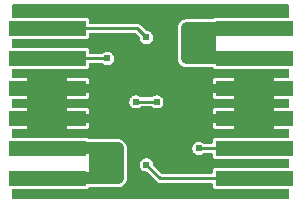
<source format=gtl>
G04 Layer: TopLayer*
G04 EasyEDA v6.4.20.6, 2021-08-10T17:15:55+02:00*
G04 7b13affcda024765ae535b18742ed463,10*
G04 Gerber Generator version 0.2*
G04 Scale: 100 percent, Rotated: No, Reflected: No *
G04 Dimensions in millimeters *
G04 leading zeros omitted , absolute positions ,4 integer and 5 decimal *
%FSLAX45Y45*%
%MOMM*%

%ADD10C,0.2540*%
%ADD11C,1.0160*%
%ADD12C,0.6096*%
%ADD13C,0.6100*%

%LPD*%
G36*
X51968Y-1776577D02*
G01*
X48056Y-1775815D01*
X44805Y-1773631D01*
X42570Y-1770329D01*
X41808Y-1766417D01*
X41808Y-1699768D01*
X42570Y-1695856D01*
X44805Y-1692605D01*
X48056Y-1690370D01*
X51968Y-1689607D01*
X669340Y-1689607D01*
X675640Y-1688896D01*
X681126Y-1686966D01*
X686003Y-1683918D01*
X690016Y-1679905D01*
X693318Y-1677670D01*
X697230Y-1676907D01*
X939596Y-1676907D01*
X945540Y-1676704D01*
X951230Y-1676044D01*
X956868Y-1674977D01*
X962406Y-1673504D01*
X967841Y-1671574D01*
X973074Y-1669288D01*
X978153Y-1666646D01*
X983030Y-1663598D01*
X987602Y-1660143D01*
X991971Y-1656435D01*
X996035Y-1652371D01*
X999744Y-1648002D01*
X1003198Y-1643430D01*
X1006246Y-1638554D01*
X1008887Y-1633474D01*
X1011174Y-1628241D01*
X1013104Y-1622806D01*
X1014577Y-1617268D01*
X1015644Y-1611630D01*
X1016304Y-1605940D01*
X1016508Y-1599996D01*
X1016508Y-1346403D01*
X1016304Y-1340459D01*
X1015644Y-1334770D01*
X1014577Y-1329131D01*
X1013104Y-1323594D01*
X1011174Y-1318158D01*
X1008887Y-1312926D01*
X1006246Y-1307846D01*
X1003198Y-1302969D01*
X999744Y-1298397D01*
X996035Y-1294028D01*
X991971Y-1289964D01*
X987602Y-1286256D01*
X983030Y-1282801D01*
X978153Y-1279753D01*
X973074Y-1277112D01*
X967841Y-1274826D01*
X962406Y-1272895D01*
X956868Y-1271422D01*
X951230Y-1270355D01*
X945540Y-1269695D01*
X939596Y-1269492D01*
X697230Y-1269492D01*
X693318Y-1268730D01*
X690016Y-1266494D01*
X686003Y-1262481D01*
X681126Y-1259433D01*
X675640Y-1257503D01*
X669340Y-1256792D01*
X51968Y-1256792D01*
X48056Y-1256030D01*
X44805Y-1253794D01*
X42570Y-1250543D01*
X41808Y-1246632D01*
X41808Y-1191768D01*
X42570Y-1187856D01*
X44805Y-1184605D01*
X48056Y-1182370D01*
X51968Y-1181608D01*
X173075Y-1181608D01*
X173075Y-1130300D01*
X51968Y-1130300D01*
X48056Y-1129538D01*
X44805Y-1127302D01*
X42570Y-1124051D01*
X41808Y-1120140D01*
X41808Y-1064260D01*
X42570Y-1060348D01*
X44805Y-1057097D01*
X48056Y-1054862D01*
X51968Y-1054100D01*
X173075Y-1054100D01*
X173075Y-1002792D01*
X51968Y-1002792D01*
X48056Y-1002030D01*
X44805Y-999794D01*
X42570Y-996543D01*
X41808Y-992632D01*
X41808Y-937768D01*
X42570Y-933856D01*
X44805Y-930605D01*
X48056Y-928369D01*
X51968Y-927608D01*
X173075Y-927608D01*
X173075Y-876300D01*
X51968Y-876300D01*
X48056Y-875537D01*
X44805Y-873302D01*
X42570Y-870000D01*
X41808Y-866140D01*
X41808Y-810260D01*
X42570Y-806348D01*
X44805Y-803097D01*
X48056Y-800862D01*
X51968Y-800100D01*
X173075Y-800100D01*
X173075Y-748792D01*
X51968Y-748792D01*
X48056Y-748030D01*
X44805Y-745794D01*
X42570Y-742543D01*
X41808Y-738632D01*
X41808Y-683768D01*
X42570Y-679856D01*
X44805Y-676605D01*
X48056Y-674370D01*
X51968Y-673608D01*
X669340Y-673608D01*
X675640Y-672896D01*
X681126Y-670966D01*
X686003Y-667918D01*
X690118Y-663803D01*
X693166Y-658926D01*
X695096Y-653440D01*
X695807Y-647141D01*
X695807Y-632968D01*
X696569Y-629056D01*
X698804Y-625805D01*
X702056Y-623570D01*
X705967Y-622808D01*
X805891Y-622808D01*
X809802Y-623570D01*
X813104Y-625805D01*
X814679Y-627380D01*
X822706Y-633018D01*
X831646Y-637133D01*
X841095Y-639673D01*
X850900Y-640537D01*
X860704Y-639673D01*
X870153Y-637133D01*
X879094Y-633018D01*
X887120Y-627380D01*
X894080Y-620420D01*
X899718Y-612394D01*
X903833Y-603453D01*
X906373Y-594004D01*
X907237Y-584200D01*
X906373Y-574395D01*
X903833Y-564946D01*
X899718Y-556006D01*
X894080Y-547979D01*
X887120Y-541020D01*
X879094Y-535381D01*
X870153Y-531266D01*
X860704Y-528726D01*
X850900Y-527862D01*
X841095Y-528726D01*
X831646Y-531266D01*
X822706Y-535381D01*
X814679Y-541020D01*
X813104Y-542594D01*
X809802Y-544830D01*
X805891Y-545592D01*
X705967Y-545592D01*
X702056Y-544830D01*
X698804Y-542594D01*
X696569Y-539343D01*
X695807Y-535432D01*
X695807Y-521258D01*
X695096Y-514959D01*
X693166Y-509473D01*
X690118Y-504596D01*
X686003Y-500481D01*
X681126Y-497433D01*
X675640Y-495503D01*
X669340Y-494792D01*
X51968Y-494792D01*
X48056Y-494030D01*
X44805Y-491794D01*
X42570Y-488543D01*
X41808Y-484632D01*
X41808Y-429768D01*
X42570Y-425856D01*
X44805Y-422605D01*
X48056Y-420370D01*
X51968Y-419608D01*
X669340Y-419608D01*
X675640Y-418896D01*
X681126Y-416966D01*
X686003Y-413918D01*
X690118Y-409803D01*
X693166Y-404926D01*
X695096Y-399440D01*
X695807Y-393141D01*
X695807Y-378968D01*
X696569Y-375056D01*
X698804Y-371805D01*
X702056Y-369570D01*
X705967Y-368808D01*
X1084681Y-368808D01*
X1088593Y-369570D01*
X1091895Y-371805D01*
X1121968Y-401878D01*
X1124000Y-404774D01*
X1124915Y-408178D01*
X1125626Y-416204D01*
X1128166Y-425653D01*
X1132281Y-434593D01*
X1137920Y-442620D01*
X1144879Y-449580D01*
X1152906Y-455218D01*
X1161846Y-459333D01*
X1171295Y-461873D01*
X1181100Y-462737D01*
X1190904Y-461873D01*
X1200353Y-459333D01*
X1209294Y-455218D01*
X1217320Y-449580D01*
X1224280Y-442620D01*
X1229918Y-434593D01*
X1234033Y-425653D01*
X1236573Y-416204D01*
X1237437Y-406400D01*
X1236573Y-396595D01*
X1234033Y-387146D01*
X1229918Y-378206D01*
X1224280Y-370179D01*
X1217320Y-363220D01*
X1209294Y-357581D01*
X1200353Y-353466D01*
X1190904Y-350926D01*
X1182878Y-350215D01*
X1179474Y-349300D01*
X1176578Y-347268D01*
X1132535Y-303276D01*
X1126337Y-298145D01*
X1119632Y-294589D01*
X1112418Y-292404D01*
X1104392Y-291592D01*
X705967Y-291592D01*
X702056Y-290830D01*
X698804Y-288594D01*
X696569Y-285343D01*
X695807Y-281432D01*
X695807Y-267258D01*
X695096Y-260959D01*
X693166Y-255473D01*
X690118Y-250596D01*
X686003Y-246481D01*
X681126Y-243433D01*
X675640Y-241503D01*
X669340Y-240792D01*
X51968Y-240792D01*
X48056Y-240029D01*
X44805Y-237794D01*
X42570Y-234543D01*
X41808Y-230632D01*
X41808Y-138582D01*
X42570Y-134670D01*
X44805Y-131368D01*
X48056Y-129184D01*
X51968Y-128422D01*
X2379827Y-128422D01*
X2383739Y-129184D01*
X2387041Y-131368D01*
X2389225Y-134670D01*
X2389987Y-138582D01*
X2389987Y-230632D01*
X2389225Y-234543D01*
X2387041Y-237794D01*
X2383739Y-240029D01*
X2379827Y-240792D01*
X1769059Y-240792D01*
X1762760Y-241503D01*
X1757273Y-243433D01*
X1752396Y-246481D01*
X1748383Y-250494D01*
X1745081Y-252729D01*
X1741170Y-253492D01*
X1524203Y-253492D01*
X1518259Y-253695D01*
X1512570Y-254355D01*
X1506931Y-255422D01*
X1501394Y-256895D01*
X1495958Y-258825D01*
X1490726Y-261112D01*
X1485646Y-263753D01*
X1480769Y-266801D01*
X1476197Y-270256D01*
X1471828Y-273964D01*
X1467764Y-278028D01*
X1464056Y-282397D01*
X1460601Y-286969D01*
X1457553Y-291846D01*
X1454912Y-296926D01*
X1452626Y-302158D01*
X1450695Y-307594D01*
X1449222Y-313131D01*
X1448155Y-318770D01*
X1447495Y-324459D01*
X1447292Y-330403D01*
X1447292Y-583996D01*
X1447495Y-589940D01*
X1448155Y-595630D01*
X1449222Y-601268D01*
X1450695Y-606806D01*
X1452626Y-612241D01*
X1454912Y-617474D01*
X1457553Y-622554D01*
X1460601Y-627430D01*
X1464056Y-632002D01*
X1467764Y-636371D01*
X1471828Y-640435D01*
X1476197Y-644144D01*
X1480769Y-647598D01*
X1485646Y-650646D01*
X1490726Y-653288D01*
X1495958Y-655574D01*
X1501394Y-657504D01*
X1506931Y-658977D01*
X1512570Y-660044D01*
X1518259Y-660704D01*
X1524203Y-660908D01*
X1741170Y-660908D01*
X1745081Y-661670D01*
X1748383Y-663905D01*
X1752396Y-667918D01*
X1757273Y-670966D01*
X1762760Y-672896D01*
X1769059Y-673608D01*
X2379827Y-673608D01*
X2383739Y-674370D01*
X2387041Y-676605D01*
X2389225Y-679856D01*
X2389987Y-683768D01*
X2389987Y-738632D01*
X2389225Y-742543D01*
X2387041Y-745794D01*
X2383739Y-748030D01*
X2379827Y-748792D01*
X2265375Y-748792D01*
X2265375Y-800100D01*
X2379827Y-800100D01*
X2383739Y-800862D01*
X2387041Y-803097D01*
X2389225Y-806348D01*
X2389987Y-810260D01*
X2389987Y-866140D01*
X2389225Y-870051D01*
X2387041Y-873302D01*
X2383739Y-875537D01*
X2379827Y-876300D01*
X2265375Y-876300D01*
X2265375Y-927608D01*
X2379827Y-927608D01*
X2383739Y-928369D01*
X2387041Y-930605D01*
X2389225Y-933856D01*
X2389987Y-937768D01*
X2389987Y-992632D01*
X2389225Y-996543D01*
X2387041Y-999794D01*
X2383739Y-1002030D01*
X2379827Y-1002792D01*
X2265375Y-1002792D01*
X2265375Y-1054100D01*
X2379827Y-1054100D01*
X2383739Y-1054862D01*
X2387041Y-1057097D01*
X2389225Y-1060348D01*
X2389987Y-1064260D01*
X2389987Y-1120140D01*
X2389225Y-1124051D01*
X2387041Y-1127302D01*
X2383739Y-1129538D01*
X2379827Y-1130300D01*
X2265375Y-1130300D01*
X2265375Y-1181608D01*
X2379827Y-1181608D01*
X2383739Y-1182370D01*
X2387041Y-1184605D01*
X2389225Y-1187856D01*
X2389987Y-1191768D01*
X2389987Y-1246632D01*
X2389225Y-1250543D01*
X2387041Y-1253794D01*
X2383739Y-1256030D01*
X2379827Y-1256792D01*
X1769059Y-1256792D01*
X1762760Y-1257503D01*
X1757273Y-1259433D01*
X1752396Y-1262481D01*
X1748282Y-1266596D01*
X1745234Y-1271473D01*
X1743303Y-1276959D01*
X1742592Y-1283258D01*
X1742592Y-1297432D01*
X1741830Y-1301343D01*
X1739595Y-1304594D01*
X1736343Y-1306830D01*
X1732432Y-1307592D01*
X1670608Y-1307592D01*
X1666697Y-1306830D01*
X1663395Y-1304594D01*
X1661820Y-1303020D01*
X1653793Y-1297381D01*
X1644853Y-1293266D01*
X1635404Y-1290726D01*
X1625600Y-1289862D01*
X1615795Y-1290726D01*
X1606346Y-1293266D01*
X1597406Y-1297381D01*
X1589379Y-1303020D01*
X1582420Y-1309979D01*
X1576781Y-1318006D01*
X1572666Y-1326946D01*
X1570126Y-1336395D01*
X1569262Y-1346200D01*
X1570126Y-1356004D01*
X1572666Y-1365453D01*
X1576781Y-1374394D01*
X1582420Y-1382420D01*
X1589379Y-1389380D01*
X1597406Y-1395018D01*
X1606346Y-1399133D01*
X1615795Y-1401673D01*
X1625600Y-1402537D01*
X1635404Y-1401673D01*
X1644853Y-1399133D01*
X1653793Y-1395018D01*
X1661820Y-1389380D01*
X1663395Y-1387805D01*
X1666697Y-1385570D01*
X1670608Y-1384808D01*
X1732432Y-1384808D01*
X1736343Y-1385570D01*
X1739595Y-1387805D01*
X1741830Y-1391056D01*
X1742592Y-1394968D01*
X1742592Y-1409141D01*
X1743303Y-1415440D01*
X1745234Y-1420926D01*
X1748282Y-1425803D01*
X1752396Y-1429918D01*
X1757273Y-1432966D01*
X1762760Y-1434896D01*
X1769059Y-1435608D01*
X2379827Y-1435608D01*
X2383739Y-1436370D01*
X2387041Y-1438605D01*
X2389225Y-1441856D01*
X2389987Y-1445768D01*
X2389987Y-1500632D01*
X2389225Y-1504543D01*
X2387041Y-1507794D01*
X2383739Y-1510030D01*
X2379827Y-1510792D01*
X1769059Y-1510792D01*
X1762760Y-1511503D01*
X1757273Y-1513433D01*
X1752396Y-1516481D01*
X1748282Y-1520596D01*
X1745234Y-1525473D01*
X1743303Y-1530959D01*
X1742592Y-1537258D01*
X1742592Y-1551432D01*
X1741830Y-1555343D01*
X1739595Y-1558594D01*
X1736343Y-1560830D01*
X1732432Y-1561592D01*
X1315618Y-1561592D01*
X1311706Y-1560830D01*
X1308404Y-1558594D01*
X1240231Y-1490421D01*
X1238199Y-1487525D01*
X1237284Y-1484122D01*
X1236573Y-1476095D01*
X1234033Y-1466646D01*
X1229918Y-1457706D01*
X1224280Y-1449679D01*
X1217320Y-1442720D01*
X1209294Y-1437081D01*
X1200353Y-1432966D01*
X1190904Y-1430426D01*
X1181100Y-1429562D01*
X1171295Y-1430426D01*
X1161846Y-1432966D01*
X1152906Y-1437081D01*
X1144879Y-1442720D01*
X1137920Y-1449679D01*
X1132281Y-1457706D01*
X1128166Y-1466646D01*
X1125626Y-1476095D01*
X1124762Y-1485900D01*
X1125626Y-1495704D01*
X1128166Y-1505153D01*
X1132281Y-1514094D01*
X1137920Y-1522120D01*
X1144879Y-1529080D01*
X1152906Y-1534718D01*
X1161846Y-1538833D01*
X1171295Y-1541373D01*
X1179322Y-1542084D01*
X1182725Y-1542999D01*
X1185621Y-1545031D01*
X1267764Y-1627124D01*
X1273962Y-1632254D01*
X1280668Y-1635810D01*
X1287881Y-1637995D01*
X1295908Y-1638807D01*
X1732432Y-1638807D01*
X1736343Y-1639570D01*
X1739595Y-1641805D01*
X1741830Y-1645056D01*
X1742592Y-1648968D01*
X1742592Y-1663141D01*
X1743303Y-1669440D01*
X1745234Y-1674926D01*
X1748282Y-1679803D01*
X1752396Y-1683918D01*
X1757273Y-1686966D01*
X1762760Y-1688896D01*
X1769059Y-1689607D01*
X2379827Y-1689607D01*
X2383739Y-1690370D01*
X2387041Y-1692605D01*
X2389225Y-1695856D01*
X2389987Y-1699768D01*
X2389987Y-1766417D01*
X2389225Y-1770329D01*
X2387041Y-1773631D01*
X2383739Y-1775815D01*
X2379827Y-1776577D01*
G37*

%LPC*%
G36*
X1769059Y-1181608D02*
G01*
X1925675Y-1181608D01*
X1925675Y-1130300D01*
X1742592Y-1130300D01*
X1742592Y-1155141D01*
X1743303Y-1161440D01*
X1745234Y-1166926D01*
X1748282Y-1171803D01*
X1752396Y-1175918D01*
X1757273Y-1178966D01*
X1762760Y-1180896D01*
G37*
G36*
X512775Y-1181608D02*
G01*
X669340Y-1181608D01*
X675640Y-1180896D01*
X681126Y-1178966D01*
X686003Y-1175918D01*
X690118Y-1171803D01*
X693166Y-1166926D01*
X695096Y-1161440D01*
X695807Y-1155141D01*
X695807Y-1130300D01*
X512775Y-1130300D01*
G37*
G36*
X1742592Y-1054100D02*
G01*
X1925675Y-1054100D01*
X1925675Y-1002792D01*
X1769059Y-1002792D01*
X1762760Y-1003503D01*
X1757273Y-1005433D01*
X1752396Y-1008481D01*
X1748282Y-1012596D01*
X1745234Y-1017473D01*
X1743303Y-1022959D01*
X1742592Y-1029258D01*
G37*
G36*
X512775Y-1054100D02*
G01*
X695807Y-1054100D01*
X695807Y-1029258D01*
X695096Y-1022959D01*
X693166Y-1017473D01*
X690118Y-1012596D01*
X686003Y-1008481D01*
X681126Y-1005433D01*
X675640Y-1003503D01*
X669340Y-1002792D01*
X512775Y-1002792D01*
G37*
G36*
X1092200Y-1008837D02*
G01*
X1102004Y-1007973D01*
X1111453Y-1005433D01*
X1120394Y-1001318D01*
X1128420Y-995680D01*
X1129995Y-994105D01*
X1133297Y-991869D01*
X1137208Y-991108D01*
X1224991Y-991108D01*
X1228902Y-991869D01*
X1232204Y-994105D01*
X1233779Y-995680D01*
X1241806Y-1001318D01*
X1250746Y-1005433D01*
X1260195Y-1007973D01*
X1270000Y-1008837D01*
X1279804Y-1007973D01*
X1289253Y-1005433D01*
X1298194Y-1001318D01*
X1306220Y-995680D01*
X1313180Y-988720D01*
X1318818Y-980694D01*
X1322933Y-971753D01*
X1325473Y-962304D01*
X1326337Y-952500D01*
X1325473Y-942695D01*
X1322933Y-933246D01*
X1318818Y-924306D01*
X1313180Y-916279D01*
X1306220Y-909319D01*
X1298194Y-903681D01*
X1289253Y-899566D01*
X1279804Y-897026D01*
X1270000Y-896162D01*
X1260195Y-897026D01*
X1250746Y-899566D01*
X1241806Y-903681D01*
X1233779Y-909319D01*
X1232204Y-910894D01*
X1228902Y-913130D01*
X1224991Y-913892D01*
X1137208Y-913892D01*
X1133297Y-913130D01*
X1129995Y-910894D01*
X1128420Y-909319D01*
X1120394Y-903681D01*
X1111453Y-899566D01*
X1102004Y-897026D01*
X1092200Y-896162D01*
X1082395Y-897026D01*
X1072946Y-899566D01*
X1064006Y-903681D01*
X1055979Y-909319D01*
X1049020Y-916279D01*
X1043381Y-924306D01*
X1039266Y-933246D01*
X1036726Y-942695D01*
X1035862Y-952500D01*
X1036726Y-962304D01*
X1039266Y-971753D01*
X1043381Y-980694D01*
X1049020Y-988720D01*
X1055979Y-995680D01*
X1064006Y-1001318D01*
X1072946Y-1005433D01*
X1082395Y-1007973D01*
G37*
G36*
X1769059Y-927608D02*
G01*
X1925675Y-927608D01*
X1925675Y-876300D01*
X1742592Y-876300D01*
X1742592Y-901141D01*
X1743303Y-907440D01*
X1745234Y-912926D01*
X1748282Y-917803D01*
X1752396Y-921918D01*
X1757273Y-924966D01*
X1762760Y-926896D01*
G37*
G36*
X512775Y-927608D02*
G01*
X669340Y-927608D01*
X675640Y-926896D01*
X681126Y-924966D01*
X686003Y-921918D01*
X690118Y-917803D01*
X693166Y-912926D01*
X695096Y-907440D01*
X695807Y-901141D01*
X695807Y-876300D01*
X512775Y-876300D01*
G37*
G36*
X512775Y-800100D02*
G01*
X695807Y-800100D01*
X695807Y-775258D01*
X695096Y-768959D01*
X693166Y-763473D01*
X690118Y-758596D01*
X686003Y-754481D01*
X681126Y-751433D01*
X675640Y-749503D01*
X669340Y-748792D01*
X512775Y-748792D01*
G37*
G36*
X1742592Y-800100D02*
G01*
X1925675Y-800100D01*
X1925675Y-748792D01*
X1769059Y-748792D01*
X1762760Y-749503D01*
X1757273Y-751433D01*
X1752396Y-754481D01*
X1748282Y-758596D01*
X1745234Y-763473D01*
X1743303Y-768959D01*
X1742592Y-775258D01*
G37*

%LPD*%
D11*
X1524000Y-330200D02*
G01*
X1524000Y-393700D01*
X1524000Y-393700D02*
G01*
X1524000Y-457200D01*
X1524000Y-457200D02*
G01*
X1524000Y-520204D01*
X1524000Y-520204D02*
G01*
X1524000Y-584200D01*
X1587634Y-330200D02*
G01*
X1587634Y-393204D01*
X1587634Y-393204D02*
G01*
X1587634Y-457174D01*
X1587634Y-457174D02*
G01*
X1587634Y-520204D01*
X1587634Y-520204D02*
G01*
X1587634Y-584200D01*
X1651134Y-330200D02*
G01*
X1651134Y-393204D01*
X1651134Y-393204D02*
G01*
X1651134Y-458114D01*
X1651134Y-458114D02*
G01*
X1651134Y-522084D01*
X1651134Y-522084D02*
G01*
X1651134Y-584200D01*
X1717174Y-330200D02*
G01*
X1717174Y-393204D01*
X1717174Y-393204D02*
G01*
X1717174Y-458114D01*
X1717174Y-458114D02*
G01*
X1717174Y-521144D01*
X1717174Y-521144D02*
G01*
X1717174Y-584200D01*
X2095500Y-584200D02*
G01*
X1714634Y-584200D01*
X1714634Y-584200D02*
G01*
X1651134Y-584200D01*
X1651134Y-584200D02*
G01*
X1587634Y-584200D01*
X1587634Y-584200D02*
G01*
X1524000Y-584200D01*
X2095500Y-330200D02*
G01*
X1717174Y-330200D01*
X1717174Y-330200D02*
G01*
X1651134Y-330200D01*
X1651134Y-330200D02*
G01*
X1587634Y-330200D01*
X1587634Y-330200D02*
G01*
X1524000Y-330200D01*
X939800Y-1346200D02*
G01*
X939800Y-1409204D01*
X939800Y-1409204D02*
G01*
X939800Y-1475244D01*
X939800Y-1475244D02*
G01*
X939800Y-1536204D01*
X939800Y-1536204D02*
G01*
X939800Y-1600200D01*
X875891Y-1346200D02*
G01*
X875891Y-1410144D01*
X875891Y-1410144D02*
G01*
X875891Y-1475054D01*
X875891Y-1475054D02*
G01*
X875891Y-1537144D01*
X875891Y-1537144D02*
G01*
X875891Y-1600200D01*
X812391Y-1346200D02*
G01*
X812391Y-1409204D01*
X812391Y-1409204D02*
G01*
X812391Y-1472232D01*
X812391Y-1472232D02*
G01*
X812391Y-1535262D01*
X812391Y-1535262D02*
G01*
X812391Y-1600200D01*
X748891Y-1346200D02*
G01*
X748891Y-1409204D01*
X748891Y-1409204D02*
G01*
X748891Y-1472232D01*
X748891Y-1472232D02*
G01*
X748891Y-1537144D01*
X748891Y-1537144D02*
G01*
X748891Y-1600200D01*
X342900Y-1600200D02*
G01*
X748891Y-1600200D01*
X748891Y-1600200D02*
G01*
X812391Y-1600200D01*
X812391Y-1600200D02*
G01*
X875891Y-1600200D01*
X875891Y-1600200D02*
G01*
X939800Y-1600200D01*
X342900Y-1346200D02*
G01*
X748891Y-1346200D01*
X748891Y-1346200D02*
G01*
X812391Y-1346200D01*
X812391Y-1346200D02*
G01*
X875891Y-1346200D01*
X875891Y-1346200D02*
G01*
X939800Y-1346200D01*
D10*
X1092200Y-952500D02*
G01*
X1270000Y-952500D01*
X342900Y-584200D02*
G01*
X850900Y-584200D01*
X2095500Y-1346200D02*
G01*
X1625600Y-1346200D01*
X342900Y-330200D02*
G01*
X1104900Y-330200D01*
X1181100Y-406400D01*
X1181100Y-1485900D02*
G01*
X1181100Y-1485900D01*
X1295400Y-1600200D01*
X2095500Y-1600200D01*
G36*
X1768500Y-393700D02*
G01*
X2422499Y-393700D01*
X2422499Y-266700D01*
X1768500Y-266700D01*
G37*
G36*
X1768500Y-647700D02*
G01*
X2422499Y-647700D01*
X2422499Y-520700D01*
X1768500Y-520700D01*
G37*
G36*
X1768500Y-901700D02*
G01*
X2422499Y-901700D01*
X2422499Y-774700D01*
X1768500Y-774700D01*
G37*
G36*
X15900Y-1155700D02*
G01*
X669899Y-1155700D01*
X669899Y-1028700D01*
X15900Y-1028700D01*
G37*
G36*
X15900Y-647700D02*
G01*
X669899Y-647700D01*
X669899Y-520700D01*
X15900Y-520700D01*
G37*
G36*
X15900Y-393700D02*
G01*
X669899Y-393700D01*
X669899Y-266700D01*
X15900Y-266700D01*
G37*
G36*
X15900Y-1409700D02*
G01*
X669899Y-1409700D01*
X669899Y-1282700D01*
X15900Y-1282700D01*
G37*
G36*
X15900Y-1663700D02*
G01*
X669899Y-1663700D01*
X669899Y-1536700D01*
X15900Y-1536700D01*
G37*
G36*
X15900Y-901700D02*
G01*
X669899Y-901700D01*
X669899Y-774700D01*
X15900Y-774700D01*
G37*
G36*
X1768500Y-1155700D02*
G01*
X2422499Y-1155700D01*
X2422499Y-1028700D01*
X1768500Y-1028700D01*
G37*
G36*
X1768500Y-1409700D02*
G01*
X2422499Y-1409700D01*
X2422499Y-1282700D01*
X1768500Y-1282700D01*
G37*
G36*
X1768500Y-1663700D02*
G01*
X2422499Y-1663700D01*
X2422499Y-1536700D01*
X1768500Y-1536700D01*
G37*
D12*
G01*
X1181100Y-406400D03*
G01*
X1181100Y-1485900D03*
G01*
X1625600Y-1346200D03*
G01*
X850900Y-584200D03*
G01*
X1270000Y-952500D03*
G01*
X1092200Y-952500D03*
G01*
X1524000Y-330200D03*
G01*
X1524000Y-584200D03*
D13*
G01*
X939800Y-1346200D03*
G01*
X939800Y-1600200D03*
G01*
X875891Y-1346200D03*
G01*
X812391Y-1346200D03*
G01*
X748891Y-1346200D03*
G01*
X875891Y-1600200D03*
G01*
X812391Y-1600200D03*
G01*
X748891Y-1600200D03*
G01*
X1587634Y-330200D03*
G01*
X1651134Y-330200D03*
G01*
X1717174Y-330200D03*
G01*
X1587634Y-584200D03*
G01*
X1651134Y-584200D03*
G01*
X1714634Y-584200D03*
G01*
X1524000Y-393700D03*
G01*
X1524000Y-457200D03*
G01*
X1524000Y-520204D03*
G01*
X939800Y-1409204D03*
G01*
X939800Y-1475244D03*
G01*
X939800Y-1536204D03*
G01*
X1587634Y-393204D03*
G01*
X1651134Y-393204D03*
G01*
X1717174Y-393204D03*
G01*
X1587634Y-457174D03*
G01*
X1651134Y-458114D03*
G01*
X1717174Y-458114D03*
G01*
X1587634Y-520204D03*
G01*
X1651134Y-522084D03*
G01*
X1717174Y-521144D03*
G01*
X875891Y-1410144D03*
G01*
X875891Y-1475054D03*
G01*
X875891Y-1537144D03*
G01*
X812391Y-1409204D03*
G01*
X748891Y-1409204D03*
G01*
X748891Y-1472232D03*
G01*
X812391Y-1472232D03*
G01*
X812391Y-1535262D03*
G01*
X748891Y-1537144D03*
M02*

</source>
